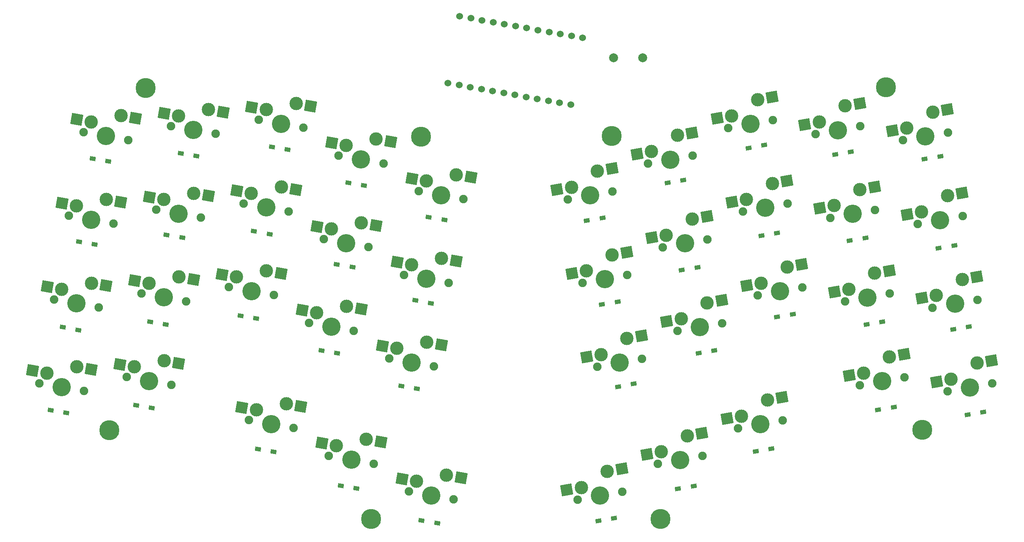
<source format=gbr>
%TF.GenerationSoftware,KiCad,Pcbnew,7.0.2-0*%
%TF.CreationDate,2023-08-23T20:42:08+09:00*%
%TF.ProjectId,rev1,72657631-2e6b-4696-9361-645f70636258,rev?*%
%TF.SameCoordinates,Original*%
%TF.FileFunction,Soldermask,Bot*%
%TF.FilePolarity,Negative*%
%FSLAX46Y46*%
G04 Gerber Fmt 4.6, Leading zero omitted, Abs format (unit mm)*
G04 Created by KiCad (PCBNEW 7.0.2-0) date 2023-08-23 20:42:08*
%MOMM*%
%LPD*%
G01*
G04 APERTURE LIST*
G04 Aperture macros list*
%AMRotRect*
0 Rectangle, with rotation*
0 The origin of the aperture is its center*
0 $1 length*
0 $2 width*
0 $3 Rotation angle, in degrees counterclockwise*
0 Add horizontal line*
21,1,$1,$2,0,0,$3*%
G04 Aperture macros list end*
%ADD10C,1.900000*%
%ADD11C,3.000000*%
%ADD12C,4.100000*%
%ADD13RotRect,2.550000X2.500000X170.000000*%
%ADD14C,4.500000*%
%ADD15RotRect,2.550000X2.500000X190.000000*%
%ADD16C,1.524000*%
%ADD17C,2.000000*%
%ADD18RotRect,1.300000X0.950000X170.000000*%
%ADD19RotRect,1.300000X0.950000X190.000000*%
G04 APERTURE END LIST*
D10*
%TO.C,SW35*%
X130350477Y-137619767D03*
D11*
X132042249Y-135338889D03*
D12*
X135353300Y-138501900D03*
D11*
X138736844Y-133940143D03*
D10*
X140356123Y-139384033D03*
D13*
X128817003Y-134770191D03*
X141988680Y-134513529D03*
%TD*%
D14*
%TO.C,Ref\u002A\u002A*%
X245200000Y-123800000D03*
%TD*%
%TO.C,Ref\u002A\u002A*%
X71400000Y-47200000D03*
%TD*%
D10*
%TO.C,SW30*%
X247548677Y-96411133D03*
D11*
X248358316Y-93689188D03*
D12*
X252551500Y-95529000D03*
D11*
X254170779Y-90085110D03*
D10*
X257554323Y-94646867D03*
D15*
X245133071Y-94257886D03*
X257422614Y-89511724D03*
%TD*%
D10*
%TO.C,SW27*%
X190439977Y-101644933D03*
D11*
X191249616Y-98922988D03*
D12*
X195442800Y-100762800D03*
D11*
X197062079Y-95318910D03*
D10*
X200445623Y-99880667D03*
D15*
X188024371Y-99491686D03*
X200313914Y-94745524D03*
%TD*%
D10*
%TO.C,SW34*%
X112416877Y-129621567D03*
D11*
X114108649Y-127340689D03*
D12*
X117419700Y-130503700D03*
D11*
X120803244Y-125941943D03*
D10*
X122422523Y-131385833D03*
D13*
X110883403Y-126771991D03*
X124055080Y-126515329D03*
%TD*%
D10*
%TO.C,SW19*%
X224653077Y-76268433D03*
D11*
X225462716Y-73546488D03*
D12*
X229655900Y-75386300D03*
D11*
X231275179Y-69942410D03*
D10*
X234658723Y-74504167D03*
D15*
X222237471Y-74115186D03*
X234527014Y-69369024D03*
%TD*%
D10*
%TO.C,SW36*%
X168088077Y-139438033D03*
D11*
X168897716Y-136716088D03*
D12*
X173090900Y-138555900D03*
D11*
X174710179Y-133112010D03*
D10*
X178093723Y-137673767D03*
D15*
X165672471Y-137284786D03*
X177962014Y-132538624D03*
%TD*%
D14*
%TO.C,Ref\u002A\u002A*%
X63300000Y-123900000D03*
%TD*%
%TO.C,Ref\u002A\u002A*%
X121900000Y-143800000D03*
%TD*%
D10*
%TO.C,SW7*%
X183823977Y-64123833D03*
D11*
X184633616Y-61401888D03*
D12*
X188826800Y-63241700D03*
D11*
X190446079Y-57797810D03*
D10*
X193829623Y-62359567D03*
D15*
X181408371Y-61970586D03*
X193697914Y-57224424D03*
%TD*%
D10*
%TO.C,SW8*%
X201757577Y-56125633D03*
D11*
X202567216Y-53403688D03*
D12*
X206760400Y-55243500D03*
D11*
X208379679Y-49799610D03*
D10*
X211763223Y-54361367D03*
D15*
X199341971Y-53972386D03*
X211631514Y-49226224D03*
%TD*%
D10*
%TO.C,SW29*%
X227961077Y-95028933D03*
D11*
X228770716Y-92306988D03*
D12*
X232963900Y-94146800D03*
D11*
X234583179Y-88702910D03*
D10*
X237966723Y-93264667D03*
D15*
X225545471Y-92875686D03*
X237835014Y-88129524D03*
%TD*%
D10*
%TO.C,SW18*%
X205065577Y-74886233D03*
D11*
X205875216Y-72164288D03*
D12*
X210068400Y-74004100D03*
D11*
X211687679Y-68560210D03*
D10*
X215071223Y-73121967D03*
D15*
X202649971Y-72732986D03*
X214939514Y-67986824D03*
%TD*%
D10*
%TO.C,SW14*%
X111306577Y-81066067D03*
D11*
X112998349Y-78785189D03*
D12*
X116309400Y-81948200D03*
D11*
X119692944Y-77386443D03*
D10*
X121312223Y-82830333D03*
D13*
X109773103Y-78216491D03*
X122944780Y-77959829D03*
%TD*%
D10*
%TO.C,SW3*%
X96680977Y-54307367D03*
D11*
X98372749Y-52026489D03*
D12*
X101683800Y-55189500D03*
D11*
X105067344Y-50627743D03*
D10*
X106686623Y-56071633D03*
D13*
X95147503Y-51457791D03*
X108319180Y-51201129D03*
%TD*%
D10*
%TO.C,SW20*%
X244240677Y-77650533D03*
D11*
X245050316Y-74928588D03*
D12*
X249243500Y-76768400D03*
D11*
X250862779Y-71324510D03*
D10*
X254246323Y-75886267D03*
D15*
X241825071Y-75497286D03*
X254114614Y-70751124D03*
%TD*%
D10*
%TO.C,SW39*%
X231269077Y-113789533D03*
D11*
X232078716Y-111067588D03*
D12*
X236271900Y-112907400D03*
D11*
X237891179Y-107463510D03*
D10*
X241274723Y-112025267D03*
D15*
X228853471Y-111636286D03*
X241143014Y-106890124D03*
%TD*%
D10*
%TO.C,SW32*%
X67169377Y-111971267D03*
D11*
X68861149Y-109690389D03*
D12*
X72172200Y-112853400D03*
D11*
X75555744Y-108291643D03*
D10*
X77175023Y-113735533D03*
D13*
X65635903Y-109121691D03*
X78807580Y-108865029D03*
%TD*%
D16*
%TO.C,U1*%
X141692559Y-31098356D03*
X144193971Y-31539422D03*
X146695382Y-31980489D03*
X149196794Y-32421555D03*
X151698206Y-32862621D03*
X154199618Y-33303688D03*
X156701029Y-33744754D03*
X159202441Y-34185821D03*
X161703853Y-34626887D03*
X164205264Y-35067953D03*
X166706676Y-35509020D03*
X169208088Y-35950086D03*
X166565162Y-50938860D03*
X164063751Y-50497794D03*
X161562339Y-50056727D03*
X159060927Y-49615661D03*
X156559516Y-49174595D03*
X154058104Y-48733528D03*
X151556692Y-48292462D03*
X149055281Y-47851395D03*
X146553869Y-47410329D03*
X144052457Y-46969263D03*
X141551046Y-46528196D03*
X139049634Y-46087130D03*
%TD*%
D10*
%TO.C,SW40*%
X250856677Y-115171733D03*
D11*
X251666316Y-112449788D03*
D12*
X255859500Y-114289600D03*
D11*
X257478779Y-108845710D03*
D10*
X260862323Y-113407467D03*
D15*
X248441071Y-113018486D03*
X260730614Y-108272324D03*
%TD*%
D10*
%TO.C,SW25*%
X125932177Y-107824867D03*
D11*
X127623949Y-105543989D03*
D12*
X130935000Y-108707000D03*
D11*
X134318544Y-104145243D03*
D10*
X135937823Y-109589133D03*
D13*
X124398703Y-104975291D03*
X137570380Y-104718629D03*
%TD*%
D10*
%TO.C,SW9*%
X221345077Y-57507833D03*
D11*
X222154716Y-54785888D03*
D12*
X226347900Y-56625700D03*
D11*
X227967179Y-51181810D03*
D10*
X231350723Y-55743567D03*
D15*
X218929471Y-55354586D03*
X231219014Y-50608424D03*
%TD*%
D10*
%TO.C,SW37*%
X186021677Y-131439833D03*
D11*
X186831316Y-128717888D03*
D12*
X191024500Y-130557700D03*
D11*
X192643779Y-125113810D03*
D10*
X196027323Y-129675567D03*
D15*
X183606071Y-129286586D03*
X195895614Y-124540424D03*
%TD*%
D10*
%TO.C,SW1*%
X57505777Y-57071667D03*
D11*
X59197549Y-54790789D03*
D12*
X62508600Y-57953800D03*
D11*
X65892144Y-53392043D03*
D10*
X67511423Y-58835933D03*
D13*
X55972303Y-54222091D03*
X69143980Y-53965429D03*
%TD*%
D10*
%TO.C,SW2*%
X77093377Y-55689567D03*
D11*
X78785149Y-53408689D03*
D12*
X82096200Y-56571700D03*
D11*
X85479744Y-52009943D03*
D10*
X87099023Y-57453833D03*
D13*
X75559903Y-52839991D03*
X88731580Y-52583329D03*
%TD*%
D10*
%TO.C,SW11*%
X54197777Y-75832267D03*
D11*
X55889549Y-73551389D03*
D12*
X59200600Y-76714400D03*
D11*
X62584144Y-72152643D03*
D10*
X64203423Y-77596533D03*
D13*
X52664303Y-72982691D03*
X65835980Y-72726029D03*
%TD*%
D10*
%TO.C,SW28*%
X208373577Y-93646833D03*
D11*
X209183216Y-90924888D03*
D12*
X213376400Y-92764700D03*
D11*
X214995679Y-87320810D03*
D10*
X218379223Y-91882567D03*
D15*
X205957971Y-91493586D03*
X218247514Y-86747424D03*
%TD*%
D10*
%TO.C,SW22*%
X70477377Y-93210667D03*
D11*
X72169149Y-90929789D03*
D12*
X75480200Y-94092800D03*
D11*
X78863744Y-89531043D03*
D10*
X80483023Y-94974933D03*
D13*
X68943903Y-90361091D03*
X82115580Y-90104429D03*
%TD*%
D10*
%TO.C,SW12*%
X73785377Y-74450167D03*
D11*
X75477149Y-72169289D03*
D12*
X78788200Y-75332300D03*
D11*
X82171744Y-70770543D03*
D10*
X83791023Y-76214433D03*
D13*
X72251903Y-71600591D03*
X85423580Y-71343929D03*
%TD*%
D10*
%TO.C,SW15*%
X129240177Y-89064267D03*
D11*
X130931949Y-86783389D03*
D12*
X134243000Y-89946400D03*
D11*
X137626544Y-85384643D03*
D10*
X139245823Y-90828533D03*
D13*
X127706703Y-86214691D03*
X140878380Y-85958029D03*
%TD*%
D17*
%TO.C,SW41*%
X182650000Y-40400000D03*
X176150000Y-40400000D03*
%TD*%
D10*
%TO.C,SW10*%
X240932677Y-58889933D03*
D11*
X241742316Y-56167988D03*
D12*
X245935500Y-58007800D03*
D11*
X247554779Y-52563910D03*
D10*
X250938323Y-57125667D03*
D15*
X238517071Y-56736686D03*
X250806614Y-51990524D03*
%TD*%
D10*
%TO.C,SW5*%
X132548177Y-70303667D03*
D11*
X134239949Y-68022789D03*
D12*
X137551000Y-71185800D03*
D11*
X140934544Y-66624043D03*
D10*
X142553823Y-72067933D03*
D13*
X131014703Y-67454091D03*
X144186380Y-67197429D03*
%TD*%
D10*
%TO.C,SW24*%
X107998577Y-99826667D03*
D11*
X109690349Y-97545789D03*
D12*
X113001400Y-100708800D03*
D11*
X116384944Y-96147043D03*
D10*
X118004223Y-101590933D03*
D13*
X106465103Y-96977091D03*
X119636780Y-96720429D03*
%TD*%
D14*
%TO.C,Ref\u002A\u002A*%
X175700000Y-57900000D03*
%TD*%
D10*
%TO.C,SW23*%
X90064977Y-91828567D03*
D11*
X91756749Y-89547689D03*
D12*
X95067800Y-92710700D03*
D11*
X98451344Y-88148943D03*
D10*
X100070623Y-93592833D03*
D13*
X88531503Y-88978991D03*
X101703180Y-88722329D03*
%TD*%
D10*
%TO.C,SW4*%
X114614577Y-62305567D03*
D11*
X116306349Y-60024689D03*
D12*
X119617400Y-63187700D03*
D11*
X123000944Y-58625943D03*
D10*
X124620223Y-64069833D03*
D13*
X113081103Y-59455991D03*
X126252780Y-59199329D03*
%TD*%
D10*
%TO.C,SW38*%
X203955277Y-123441733D03*
D11*
X204764916Y-120719788D03*
D12*
X208958100Y-122559600D03*
D11*
X210577379Y-117115710D03*
D10*
X213960923Y-121677467D03*
D15*
X201539671Y-121288486D03*
X213829214Y-116542324D03*
%TD*%
D10*
%TO.C,SW21*%
X50889777Y-94592867D03*
D11*
X52581549Y-92311989D03*
D12*
X55892600Y-95475000D03*
D11*
X59276144Y-90913243D03*
D10*
X60895423Y-96357133D03*
D13*
X49356303Y-91743291D03*
X62527980Y-91486629D03*
%TD*%
D10*
%TO.C,SW31*%
X47581777Y-113353467D03*
D11*
X49273549Y-111072589D03*
D12*
X52584600Y-114235600D03*
D11*
X55968144Y-109673843D03*
D10*
X57587423Y-115117733D03*
D13*
X46048303Y-110503891D03*
X59219980Y-110247229D03*
%TD*%
D10*
%TO.C,SW26*%
X172506377Y-109643133D03*
D11*
X173316016Y-106921188D03*
D12*
X177509200Y-108761000D03*
D11*
X179128479Y-103317110D03*
D10*
X182512023Y-107878867D03*
D15*
X170090771Y-107489886D03*
X182380314Y-102743724D03*
%TD*%
D14*
%TO.C,Ref\u002A\u002A*%
X186600000Y-143800000D03*
%TD*%
D10*
%TO.C,SW13*%
X93372977Y-73067967D03*
D11*
X95064749Y-70787089D03*
D12*
X98375800Y-73950100D03*
D11*
X101759344Y-69388343D03*
D10*
X103378623Y-74832233D03*
D13*
X91839503Y-70218391D03*
X105011180Y-69961729D03*
%TD*%
D10*
%TO.C,SW16*%
X169198377Y-90882533D03*
D11*
X170008016Y-88160588D03*
D12*
X174201200Y-90000400D03*
D11*
X175820479Y-84556510D03*
D10*
X179204023Y-89118267D03*
D15*
X166782771Y-88729286D03*
X179072314Y-83983124D03*
%TD*%
D10*
%TO.C,SW17*%
X187131977Y-82884433D03*
D11*
X187941616Y-80162488D03*
D12*
X192134800Y-82002300D03*
D11*
X193754079Y-76558410D03*
D10*
X197137623Y-81120167D03*
D15*
X184716371Y-80731186D03*
X197005914Y-75985024D03*
%TD*%
D10*
%TO.C,SW6*%
X165890377Y-72121933D03*
D11*
X166700016Y-69399988D03*
D12*
X170893200Y-71239800D03*
D11*
X172512479Y-65795910D03*
D10*
X175896023Y-70357667D03*
D15*
X163474771Y-69968686D03*
X175764314Y-65222524D03*
%TD*%
D14*
%TO.C,Ref\u002A\u002A*%
X133000000Y-58100000D03*
%TD*%
%TO.C,Ref\u002A\u002A*%
X237100000Y-47000000D03*
%TD*%
D10*
%TO.C,SW33*%
X94483277Y-121623467D03*
D11*
X96175049Y-119342589D03*
D12*
X99486100Y-122505600D03*
D11*
X102869644Y-117943843D03*
D10*
X104488923Y-123387733D03*
D13*
X92949803Y-118773891D03*
X106121480Y-118517229D03*
%TD*%
D18*
%TO.C,D15*%
X135248034Y-95408226D03*
X131751966Y-94791774D03*
%TD*%
D19*
%TO.C,D39*%
X238848034Y-118691774D03*
X235351966Y-119308226D03*
%TD*%
D18*
%TO.C,D5*%
X138248034Y-76708226D03*
X134751966Y-76091774D03*
%TD*%
D19*
%TO.C,D26*%
X180648034Y-113491774D03*
X177151966Y-114108226D03*
%TD*%
%TO.C,D9*%
X229248034Y-61491774D03*
X225751966Y-62108226D03*
%TD*%
D18*
%TO.C,D24*%
X114248034Y-106608226D03*
X110751966Y-105991774D03*
%TD*%
%TO.C,D35*%
X136648034Y-144708226D03*
X133151966Y-144091774D03*
%TD*%
%TO.C,D14*%
X117696034Y-87316426D03*
X114199966Y-86699974D03*
%TD*%
D19*
%TO.C,D6*%
X173648034Y-76291774D03*
X170151966Y-76908226D03*
%TD*%
D18*
%TO.C,D33*%
X100048034Y-128708226D03*
X96551966Y-128091774D03*
%TD*%
%TO.C,D23*%
X96148034Y-98808226D03*
X92651966Y-98191774D03*
%TD*%
D19*
%TO.C,D28*%
X216248034Y-97891774D03*
X212751966Y-98508226D03*
%TD*%
D18*
%TO.C,D1*%
X63048034Y-63608226D03*
X59551966Y-62991774D03*
%TD*%
%TO.C,D22*%
X75896034Y-100216426D03*
X72399966Y-99599974D03*
%TD*%
D19*
%TO.C,D27*%
X198648034Y-105991774D03*
X195151966Y-106608226D03*
%TD*%
D18*
%TO.C,D2*%
X82748034Y-62408226D03*
X79251966Y-61791774D03*
%TD*%
D19*
%TO.C,D38*%
X211448034Y-127991774D03*
X207951966Y-128608226D03*
%TD*%
%TO.C,D37*%
X194048034Y-136391774D03*
X190551966Y-137008226D03*
%TD*%
%TO.C,D30*%
X255648034Y-100691774D03*
X252151966Y-101308226D03*
%TD*%
%TO.C,D29*%
X236248034Y-99591774D03*
X232751966Y-100208226D03*
%TD*%
D18*
%TO.C,D4*%
X120248034Y-69008226D03*
X116751966Y-68391774D03*
%TD*%
D19*
%TO.C,D20*%
X252396034Y-82483574D03*
X248899966Y-83100026D03*
%TD*%
D18*
%TO.C,D32*%
X72748034Y-118908226D03*
X69251966Y-118291774D03*
%TD*%
D19*
%TO.C,D17*%
X194896034Y-87383574D03*
X191399966Y-88000026D03*
%TD*%
%TO.C,D10*%
X249248034Y-62491774D03*
X245751966Y-63108226D03*
%TD*%
%TO.C,D7*%
X191748034Y-67791774D03*
X188251966Y-68408226D03*
%TD*%
D18*
%TO.C,D13*%
X99148034Y-79908226D03*
X95651966Y-79291774D03*
%TD*%
D19*
%TO.C,D16*%
X177048034Y-95091774D03*
X173551966Y-95708226D03*
%TD*%
D18*
%TO.C,D12*%
X79596034Y-80716426D03*
X76099966Y-80099974D03*
%TD*%
D19*
%TO.C,D18*%
X212696034Y-79683574D03*
X209199966Y-80300026D03*
%TD*%
%TO.C,D19*%
X232496034Y-80783574D03*
X228999966Y-81400026D03*
%TD*%
D18*
%TO.C,D34*%
X118548034Y-136908226D03*
X115051966Y-136291774D03*
%TD*%
%TO.C,D31*%
X53648034Y-120008226D03*
X50151966Y-119391774D03*
%TD*%
%TO.C,D3*%
X103148034Y-61008226D03*
X99651966Y-60391774D03*
%TD*%
D19*
%TO.C,D8*%
X209848034Y-59991774D03*
X206351966Y-60608226D03*
%TD*%
%TO.C,D40*%
X258848034Y-119791774D03*
X255351966Y-120408226D03*
%TD*%
D18*
%TO.C,D25*%
X132148034Y-114608226D03*
X128651966Y-113991774D03*
%TD*%
D19*
%TO.C,D36*%
X176248034Y-143591774D03*
X172751966Y-144208226D03*
%TD*%
D18*
%TO.C,D11*%
X59996034Y-82216426D03*
X56499966Y-81599974D03*
%TD*%
%TO.C,D21*%
X56348034Y-101408226D03*
X52851966Y-100791774D03*
%TD*%
M02*

</source>
